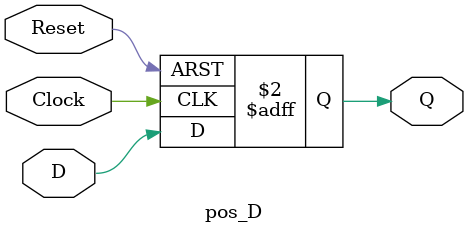
<source format=v>
module pos_D (D, Clock, Reset, Q);
    input D, Clock, Reset;
    output Q;
    reg Q;

    always @(posedge Clock or posedge Reset)
        if (Reset)
            Q <= 1'b0;
        else
            Q <= D;
endmodule


</source>
